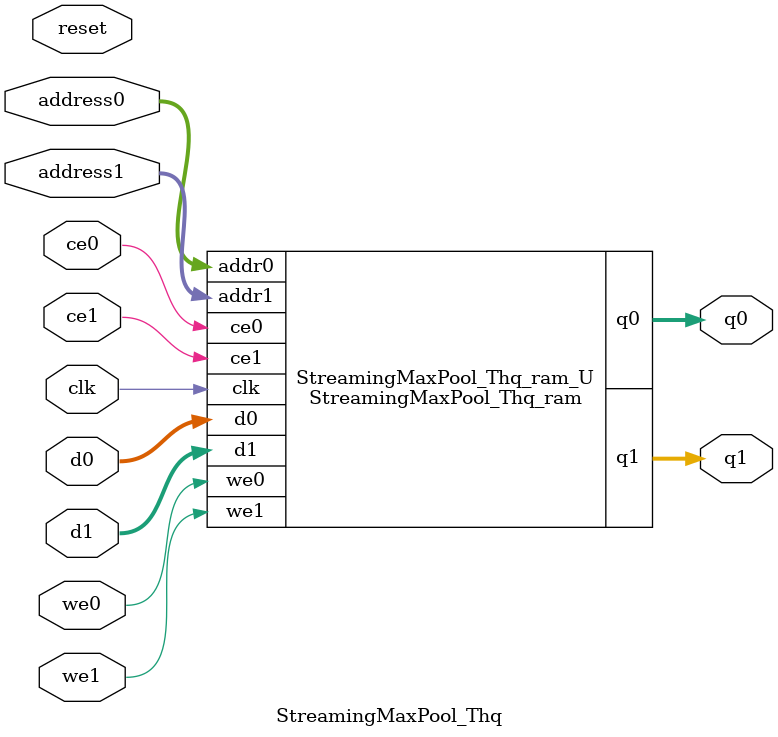
<source format=v>

`timescale 1 ns / 1 ps
module StreamingMaxPool_Thq_ram (addr0, ce0, d0, we0, q0, addr1, ce1, d1, we1, q1,  clk);

parameter DWIDTH = 8;
parameter AWIDTH = 8;
parameter MEM_SIZE = 256;

input[AWIDTH-1:0] addr0;
input ce0;
input[DWIDTH-1:0] d0;
input we0;
output reg[DWIDTH-1:0] q0;
input[AWIDTH-1:0] addr1;
input ce1;
input[DWIDTH-1:0] d1;
input we1;
output reg[DWIDTH-1:0] q1;
input clk;

(* ram_style = "block" *)reg [DWIDTH-1:0] ram[0:MEM_SIZE-1];




always @(posedge clk)  
begin 
    if (ce0) 
    begin
        if (we0) 
        begin 
            ram[addr0] <= d0; 
            q0 <= d0;
        end 
        else 
            q0 <= ram[addr0];
    end
end


always @(posedge clk)  
begin 
    if (ce1) 
    begin
        if (we1) 
        begin 
            ram[addr1] <= d1; 
            q1 <= d1;
        end 
        else 
            q1 <= ram[addr1];
    end
end


endmodule


`timescale 1 ns / 1 ps
module StreamingMaxPool_Thq(
    reset,
    clk,
    address0,
    ce0,
    we0,
    d0,
    q0,
    address1,
    ce1,
    we1,
    d1,
    q1);

parameter DataWidth = 32'd8;
parameter AddressRange = 32'd256;
parameter AddressWidth = 32'd8;
input reset;
input clk;
input[AddressWidth - 1:0] address0;
input ce0;
input we0;
input[DataWidth - 1:0] d0;
output[DataWidth - 1:0] q0;
input[AddressWidth - 1:0] address1;
input ce1;
input we1;
input[DataWidth - 1:0] d1;
output[DataWidth - 1:0] q1;



StreamingMaxPool_Thq_ram StreamingMaxPool_Thq_ram_U(
    .clk( clk ),
    .addr0( address0 ),
    .ce0( ce0 ),
    .we0( we0 ),
    .d0( d0 ),
    .q0( q0 ),
    .addr1( address1 ),
    .ce1( ce1 ),
    .we1( we1 ),
    .d1( d1 ),
    .q1( q1 ));

endmodule


</source>
